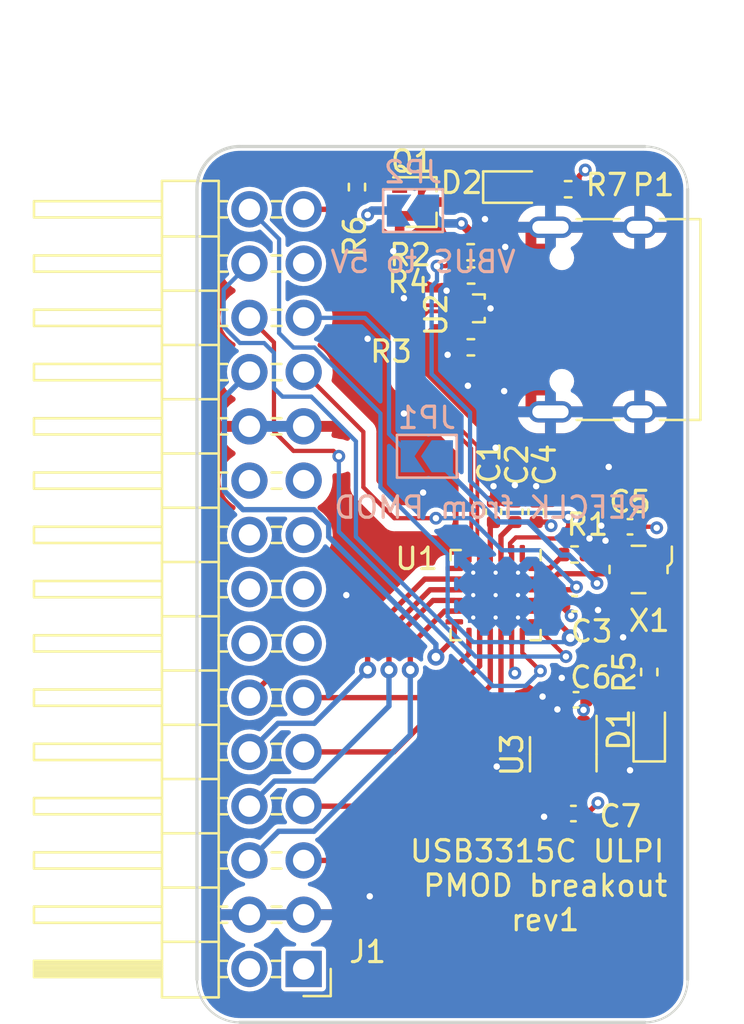
<source format=kicad_pcb>
(kicad_pcb (version 20211014) (generator pcbnew)
  (layers (0 "F.Cu" signal) (1 "In1.Cu" signal) (2 "In2.Cu" signal) (31 "B.Cu" signal) (34 "B.Paste" user) (35 "F.Paste" user) (36 "B.SilkS" user "B.Silkscreen") (37 "F.SilkS" user "F.Silkscreen") (38 "B.Mask" user) (39 "F.Mask" user) (44 "Edge.Cuts" user))
  (net 0 "")
  (net 1 "+3V3")
  (net 2 "/D0")
  (net 3 "/D1")
  (net 4 "/D2")
  (net 5 "/D3")
  (net 8 "/RST")
  (net 9 "/REFCLK")
  (net 12 "/STP")
  (net 13 "/DIR")
  (net 14 "/NXT")
  (net 15 "/CLKOUT")
  (net 18 "Net-(D2-Pad1)")
  (net 19 "/D4")
  (net 20 "/D5")
  (net 21 "/D6")
  (net 22 "/D7")
  (net 23 "GND")
  (net 24 "Net-(JP1-Pad1)")
  (net 25 "Net-(C1-Pad1)")
  (net 26 "+1V8")
  (net 27 "/USB_D_P")
  (net 28 "Net-(P1-PadB5)")
  (net 29 "/USB_D_N")
  (net 30 "Net-(P1-PadA5)")
  (net 31 "VBUS")
  (net 32 "Net-(R1-Pad2)")
  (net 33 "Net-(R2-Pad1)")
  (net 36 "Net-(D1-Pad2)")
  (net 37 "+5V")
  (net 38 "Net-(D2-Pad2)")
  (net 39 "/USR_LED")
  (net 40 "Net-(Q1-Pad1)")
  (footprint "Capacitor_SMD:C_0402_1005Metric" (layer "F.Cu") (at 55.77 109.9)
    (fp_text reference "C6" (at 0.7 -1.05) (layer "F.SilkS"))
    (fp_text value "0.1uF")
    (pad "1" smd roundrect locked (at -0.48 0) (size 0.56 0.62) (layers "F.Cu" "F.Paste" "F.Mask") (net 23 "GND"))
    (pad "2" smd roundrect locked (at 0.48 0) (size 0.56 0.62) (layers "F.Cu" "F.Paste" "F.Mask") (net 1 "+3V3"))
  )
  (footprint "Package_DFN_QFN:QFN-24-1EP_4x4mm_P0.5mm_EP2.6x2.6mm_ThermalVias" (layer "F.Cu") (at 52 105 -90)
    (fp_text reference "U1" (at -1.7 3.7 180) (layer "F.SilkS"))
    (fp_text value "USB3315C")
    (pad "1" smd roundrect locked (at -1.9375 -1.25 270) (size 0.825 0.25) (layers "F.Cu" "F.Paste" "F.Mask"))
    (pad "2" smd roundrect locked (at -1.9375 -0.75 270) (size 0.825 0.25) (layers "F.Cu" "F.Paste" "F.Mask") (net 33 "Net-(R2-Pad1)"))
    (pad "3" smd roundrect locked (at -1.9375 -0.25 270) (size 0.825 0.25) (layers "F.Cu" "F.Paste" "F.Mask") (net 1 "+3V3"))
    (pad "4" smd roundrect locked (at -1.9375 0.25 270) (size 0.825 0.25) (layers "F.Cu" "F.Paste" "F.Mask") (net 25 "Net-(C1-Pad1)"))
    (pad "5" smd roundrect locked (at -1.9375 0.75 270) (size 0.825 0.25) (layers "F.Cu" "F.Paste" "F.Mask") (net 29 "/USB_D_N"))
    (pad "6" smd roundrect locked (at -1.9375 1.25 270) (size 0.825 0.25) (layers "F.Cu" "F.Paste" "F.Mask") (net 27 "/USB_D_P"))
    (pad "7" smd roundrect locked (at -1.25 1.9375 270) (size 0.25 0.825) (layers "F.Cu" "F.Paste" "F.Mask"))
    (pad "8" smd roundrect locked (at -0.75 1.9375 270) (size 0.25 0.825) (layers "F.Cu" "F.Paste" "F.Mask") (net 22 "/D7"))
    (pad "9" smd roundrect locked (at -0.25 1.9375 270) (size 0.25 0.825) (layers "F.Cu" "F.Paste" "F.Mask") (net 21 "/D6"))
    (pad "10" smd roundrect locked (at 0.25 1.9375 270) (size 0.25 0.825) (layers "F.Cu" "F.Paste" "F.Mask") (net 20 "/D5"))
    (pad "11" smd roundrect locked (at 0.75 1.9375 270) (size 0.25 0.825) (layers "F.Cu" "F.Paste" "F.Mask") (net 19 "/D4"))
    (pad "12" smd roundrect locked (at 1.25 1.9375 270) (size 0.25 0.825) (layers "F.Cu" "F.Paste" "F.Mask") (net 15 "/CLKOUT"))
    (pad "13" smd roundrect locked (at 1.9375 1.25 270) (size 0.825 0.25) (layers "F.Cu" "F.Paste" "F.Mask") (net 5 "/D3"))
    (pad "14" smd roundrect locked (at 1.9375 0.75 270) (size 0.825 0.25) (layers "F.Cu" "F.Paste" "F.Mask") (net 4 "/D2"))
    (pad "15" smd roundrect locked (at 1.9375 0.25 270) (size 0.825 0.25) (layers "F.Cu" "F.Paste" "F.Mask") (net 3 "/D1"))
    (pad "16" smd roundrect locked (at 1.9375 -0.25 270) (size 0.825 0.25) (layers "F.Cu" "F.Paste" "F.Mask") (net 2 "/D0"))
    (pad "17" smd roundrect locked (at 1.9375 -0.75 270) (size 0.825 0.25) (layers "F.Cu" "F.Paste" "F.Mask") (net 1 "+3V3"))
    (pad "18" smd roundrect locked (at 1.9375 -1.25 270) (size 0.825 0.25) (layers "F.Cu" "F.Paste" "F.Mask") (net 14 "/NXT"))
    (pad "19" smd roundrect locked (at 1.25 -1.9375 270) (size 0.25 0.825) (layers "F.Cu" "F.Paste" "F.Mask") (net 13 "/DIR"))
    (pad "20" smd roundrect locked (at 0.75 -1.9375 270) (size 0.25 0.825) (layers "F.Cu" "F.Paste" "F.Mask") (net 12 "/STP"))
    (pad "21" smd roundrect locked (at 0.25 -1.9375 270) (size 0.25 0.825) (layers "F.Cu" "F.Paste" "F.Mask") (net 26 "+1V8"))
    (pad "22" smd roundrect locked (at -0.25 -1.9375 270) (size 0.25 0.825) (layers "F.Cu" "F.Paste" "F.Mask") (net 8 "/RST"))
    (pad "23" smd roundrect locked (at -0.75 -1.9375 270) (size 0.25 0.825) (layers "F.Cu" "F.Paste" "F.Mask") (net 24 "Net-(JP1-Pad1)"))
    (pad "24" smd roundrect locked (at -1.25 -1.9375 270) (size 0.25 0.825) (layers "F.Cu" "F.Paste" "F.Mask") (net 32 "Net-(R1-Pad2)"))
    (pad "25" thru_hole circle locked (at 0 1.05 270) (size 0.5 0.5) (drill 0.2) (layers *.Cu) (net 23 "GND"))
    (pad "25" thru_hole circle locked (at -1.05 0 270) (size 0.5 0.5) (drill 0.2) (layers *.Cu) (net 23 "GND"))
    (pad "25" thru_hole circle locked (at 1.05 0 270) (size 0.5 0.5) (drill 0.2) (layers *.Cu) (net 23 "GND"))
    (pad "25" thru_hole circle locked (at 0 -1.05 270) (size 0.5 0.5) (drill 0.2) (layers *.Cu) (net 23 "GND"))
    (pad "25" smd rect locked (at 0 0 270) (size 2.6 2.6) (layers "B.Cu") (net 23 "GND"))
    (pad "25" thru_hole circle locked (at -1.05 -1.05 270) (size 0.5 0.5) (drill 0.2) (layers *.Cu) (net 23 "GND"))
    (pad "25" thru_hole circle locked (at 1.05 -1.05 270) (size 0.5 0.5) (drill 0.2) (layers *.Cu) (net 23 "GND"))
    (pad "25" thru_hole circle locked (at -1.05 1.05 270) (size 0.5 0.5) (drill 0.2) (layers *.Cu) (net 23 "GND"))
    (pad "25" smd rect locked (at 0 0 270) (size 2.6 2.6) (layers "F.Cu" "F.Mask") (net 23 "GND"))
    (pad "25" thru_hole circle locked (at 1.05 1.05 270) (size 0.5 0.5) (drill 0.2) (layers *.Cu) (net 23 "GND"))
    (pad "25" thru_hole circle locked (at 0 0 270) (size 0.5 0.5) (drill 0.2) (layers *.Cu) (net 23 "GND"))
  )
  (footprint "Resistor_SMD:R_0402_1005Metric" (layer "F.Cu") (at 50.83 88.95)
    (fp_text reference "R2" (at -2.84 0.13) (layer "F.SilkS"))
    (fp_text value "8.06K")
    (pad "1" smd roundrect locked (at -0.51 0) (size 0.54 0.64) (layers "F.Cu" "F.Paste" "F.Mask") (net 33 "Net-(R2-Pad1)"))
    (pad "2" smd roundrect locked (at 0.51 0) (size 0.54 0.64) (layers "F.Cu" "F.Paste" "F.Mask") (net 31 "VBUS"))
  )
  (footprint "Capacitor_SMD:C_0402_1005Metric" (layer "F.Cu") (at 53.9 101.1 90)
    (fp_text reference "C4" (at 2.2 0.4 90) (layer "F.SilkS"))
    (fp_text value "2.2uF")
    (pad "1" smd roundrect locked (at -0.48 0 90) (size 0.56 0.62) (layers "F.Cu" "F.Paste" "F.Mask") (net 1 "+3V3"))
    (pad "2" smd roundrect locked (at 0.48 0 90) (size 0.56 0.62) (layers "F.Cu" "F.Paste" "F.Mask") (net 23 "GND"))
  )
  (footprint "Capacitor_SMD:C_0402_1005Metric" (layer "F.Cu") (at 55.645 115.225)
    (fp_text reference "C7" (at 2.2 0.125) (layer "F.SilkS"))
    (fp_text value "0.1uF")
    (pad "1" smd roundrect locked (at -0.48 0) (size 0.56 0.62) (layers "F.Cu" "F.Paste" "F.Mask") (net 23 "GND"))
    (pad "2" smd roundrect locked (at 0.48 0) (size 0.56 0.62) (layers "F.Cu" "F.Paste" "F.Mask") (net 26 "+1V8"))
  )
  (footprint "Capacitor_SMD:C_0402_1005Metric" (layer "F.Cu") (at 58.3 101.8)
    (fp_text reference "C5" (at 0 -1.16) (layer "F.SilkS"))
    (fp_text value "0.1uF")
    (pad "1" smd roundrect locked (at -0.48 0) (size 0.56 0.62) (layers "F.Cu" "F.Paste" "F.Mask") (net 23 "GND"))
    (pad "2" smd roundrect locked (at 0.48 0) (size 0.56 0.62) (layers "F.Cu" "F.Paste" "F.Mask") (net 1 "+3V3"))
  )
  (footprint "LED_SMD:LED_0603_1608Metric" (layer "F.Cu") (at 52.9 85.9)
    (fp_text reference "D2" (at -2.5 -0.2) (layer "F.SilkS"))
    (fp_text value "LED_RED")
    (pad "1" smd roundrect locked (at -0.7875 0) (size 0.875 0.95) (layers "F.Cu" "F.Paste" "F.Mask") (net 18 "Net-(D2-Pad1)"))
    (pad "2" smd roundrect locked (at 0.7875 0) (size 0.875 0.95) (layers "F.Cu" "F.Paste" "F.Mask") (net 38 "Net-(D2-Pad2)"))
  )
  (footprint "Capacitor_SMD:C_0402_1005Metric" (layer "F.Cu") (at 51.9 101.1 90)
    (fp_text reference "C1" (at 2.3 -0.2 90) (layer "F.SilkS"))
    (fp_text value "2.2uF")
    (pad "1" smd roundrect locked (at -0.48 0 90) (size 0.56 0.62) (layers "F.Cu" "F.Paste" "F.Mask") (net 25 "Net-(C1-Pad1)"))
    (pad "2" smd roundrect locked (at 0.48 0 90) (size 0.56 0.62) (layers "F.Cu" "F.Paste" "F.Mask") (net 23 "GND"))
  )
  (footprint "Oscillator:Oscillator_SMD_ECS_2520MV-xxx-xx-4Pin_2.5x2.0mm" (layer "F.Cu") (at 58.7 103.8 -90)
    (fp_text reference "X1" (at 2.4 -0.5 180) (layer "F.SilkS"))
    (fp_text value "24MHz")
    (pad "1" smd roundrect locked (at -0.725 -0.925 270) (size 0.8 0.9) (layers "F.Cu" "F.Paste" "F.Mask") (net 1 "+3V3"))
    (pad "2" smd roundrect locked (at -0.725 0.925 270) (size 0.8 0.9) (layers "F.Cu" "F.Paste" "F.Mask") (net 23 "GND"))
    (pad "3" smd roundrect locked (at 0.725 0.925 270) (size 0.8 0.9) (layers "F.Cu" "F.Paste" "F.Mask") (net 24 "Net-(JP1-Pad1)"))
    (pad "4" smd roundrect locked (at 0.725 -0.925 270) (size 0.8 0.9) (layers "F.Cu" "F.Paste" "F.Mask") (net 1 "+3V3"))
  )
  (footprint "Package_TO_SOT_SMD:SOT-23-5" (layer "F.Cu") (at 55.17 112.45 -90)
    (fp_text reference "U3" (at 0.025 2.4 90) (layer "F.SilkS"))
    (fp_text value "MIC5504-1.8YM5")
    (pad "1" smd roundrect locked (at -1.1375 -0.95 270) (size 1.325 0.6) (layers "F.Cu" "F.Paste" "F.Mask") (net 1 "+3V3"))
    (pad "2" smd roundrect locked (at -1.1375 0 270) (size 1.325 0.6) (layers "F.Cu" "F.Paste" "F.Mask") (net 23 "GND"))
    (pad "3" smd roundrect locked (at -1.1375 0.95 270) (size 1.325 0.6) (layers "F.Cu" "F.Paste" "F.Mask") (net 1 "+3V3"))
    (pad "4" smd roundrect locked (at 1.1375 0.95 270) (size 1.325 0.6) (layers "F.Cu" "F.Paste" "F.Mask"))
    (pad "5" smd roundrect locked (at 1.1375 -0.95 270) (size 1.325 0.6) (layers "F.Cu" "F.Paste" "F.Mask") (net 26 "+1V8"))
  )
  (footprint "Resistor_SMD:R_0402_1005Metric" (layer "F.Cu") (at 55.4 86)
    (fp_text reference "R7" (at 1.8 -0.2) (layer "F.SilkS"))
    (fp_text value "1K")
    (pad "1" smd roundrect locked (at -0.51 0) (size 0.54 0.64) (layers "F.Cu" "F.Paste" "F.Mask") (net 38 "Net-(D2-Pad2)"))
    (pad "2" smd roundrect locked (at 0.51 0) (size 0.54 0.64) (layers "F.Cu" "F.Paste" "F.Mask") (net 1 "+3V3"))
  )
  (footprint "Resistor_SMD:R_0402_1005Metric" (layer "F.Cu") (at 45.5 85.9 -90)
    (fp_text reference "R6" (at 2.3 0.1 90) (layer "F.SilkS"))
    (fp_text value "5.1K")
    (pad "1" smd roundrect locked (at -0.51 0 270) (size 0.54 0.64) (layers "F.Cu" "F.Paste" "F.Mask") (net 40 "Net-(Q1-Pad1)"))
    (pad "2" smd roundrect locked (at 0.51 0 270) (size 0.54 0.64) (layers "F.Cu" "F.Paste" "F.Mask") (net 39 "/USR_LED"))
  )
  (footprint "Connector_USB:USB_C_Receptacle_HRO_TYPE-C-31-M-12" (layer "F.Cu") (at 57.7 92.1 90)
    (fp_text reference "P1" (at 6.3 1.7 180) (layer "F.SilkS"))
    (fp_text value "USB_C_Plug_USB2.0")
    (pad "" np_thru_hole circle locked (at -2.89 -2.6 90) (size 0.65 0.65) (drill 0.65) (layers *.Cu *.Mask))
    (pad "" np_thru_hole circle locked (at 2.89 -2.6 90) (size 0.65 0.65) (drill 0.65) (layers *.Cu *.Mask))
    (pad "A1" smd rect locked (at -3.25 -4.045 90) (size 0.6 1.45) (layers "F.Cu" "F.Paste" "F.Mask") (net 23 "GND"))
    (pad "A4" smd rect locked (at -2.45 -4.045 90) (size 0.6 1.45) (layers "F.Cu" "F.Paste" "F.Mask") (net 31 "VBUS"))
    (pad "A5" smd rect locked (at -1.25 -4.045 90) (size 0.3 1.45) (layers "F.Cu" "F.Paste" "F.Mask") (net 30 "Net-(P1-PadA5)"))
    (pad "A6" smd rect locked (at -0.25 -4.045 90) (size 0.3 1.45) (layers "F.Cu" "F.Paste" "F.Mask") (net 27 "/USB_D_P"))
    (pad "A7" smd rect locked (at 0.25 -4.045 90) (size 0.3 1.45) (layers "F.Cu" "F.Paste" "F.Mask") (net 29 "/USB_D_N"))
    (pad "A8" smd rect locked (at 1.25 -4.045 90) (size 0.3 1.45) (layers "F.Cu" "F.Paste" "F.Mask"))
    (pad "A9" smd rect locked (at 2.45 -4.045 90) (size 0.6 1.45) (layers "F.Cu" "F.Paste" "F.Mask") (net 31 "VBUS"))
    (pad "A12" smd rect locked (at 3.25 -4.045 90) (size 0.6 1.45) (layers "F.Cu" "F.Paste" "F.Mask") (net 23 "GND"))
    (pad "B1" smd rect locked (at 3.25 -4.045 90) (size 0.6 1.45) (layers "F.Cu" "F.Paste" "F.Mask") (net 23 "GND"))
    (pad "B4" smd rect locked (at 2.45 -4.045 90) (size 0.6 1.45) (layers "F.Cu" "F.Paste" "F.Mask") (net 31 "VBUS"))
    (pad "B5" smd rect locked (at 1.75 -4.045 90) (size 0.3 1.45) (layers "F.Cu" "F.Paste" "F.Mask") (net 28 "Net-(P1-PadB5)"))
    (pad "B6" smd rect locked (at 0.75 -4.045 90) (size 0.3 1.45) (layers "F.Cu" "F.Paste" "F.Mask") (net 27 "/USB_D_P"))
    (pad "B7" smd rect locked (at -0.75 -4.045 90) (size 0.3 1.45) (layers "F.Cu" "F.Paste" "F.Mask") (net 29 "/USB_D_N"))
    (pad "B8" smd rect locked (at -1.75 -4.045 90) (size 0.3 1.45) (layers "F.Cu" "F.Paste" "F.Mask"))
    (pad "B9" smd rect locked (at -2.45 -4.045 90) (size 0.6 1.45) (layers "F.Cu" "F.Paste" "F.Mask") (net 31 "VBUS"))
    (pad "B12" smd rect locked (at -3.25 -4.045 90) (size 0.6 1.45) (layers "F.Cu" "F.Paste" "F.Mask") (net 23 "GND"))
    (pad "S1" thru_hole oval locked (at 4.32 -3.13 90) (size 1 2.1) (drill oval 0.6 1.7) (layers *.Cu *.Mask) (net 23 "GND"))
    (pad "S1" thru_hole oval locked (at 4.32 1.05 90) (size 1 1.6) (drill oval 0.6 1.2) (layers *.Cu *.Mask) (net 23 "GND"))
    (pad "S1" thru_hole oval locked (at -4.32 -3.13 90) (size 1 2.1) (drill oval 0.6 1.7) (layers *.Cu *.Mask) (net 23 "GND"))
    (pad "S1" thru_hole oval locked (at -4.32 1.05 90) (size 1 1.6) (drill oval 0.6 1.2) (layers *.Cu *.Mask) (net 23 "GND"))
  )
  (footprint "Resistor_SMD:R_0402_1005Metric" (layer "F.Cu") (at 55.7 103.1 180)
    (fp_text reference "R1" (at -0.6 1.4) (layer "F.SilkS"))
    (fp_text value "8.06K")
    (pad "1" smd roundrect locked (at -0.51 0 180) (size 0.54 0.64) (layers "F.Cu" "F.Paste" "F.Mask") (net 23 "GND"))
    (pad "2" smd roundrect locked (at 0.51 0 180) (size 0.54 0.64) (layers "F.Cu" "F.Paste" "F.Mask") (net 32 "Net-(R1-Pad2)"))
  )
  (footprint "Capacitor_SMD:C_0402_1005Metric" (layer "F.Cu") (at 55.7 105.4 180)
    (fp_text reference "C3" (at -0.8 -1.3) (layer "F.SilkS"))
    (fp_text value "0.1uF")
    (pad "1" smd roundrect locked (at -0.48 0 180) (size 0.56 0.62) (layers "F.Cu" "F.Paste" "F.Mask") (net 23 "GND"))
    (pad "2" smd roundrect locked (at 0.48 0 180) (size 0.56 0.62) (layers "F.Cu" "F.Paste" "F.Mask") (net 26 "+1V8"))
  )
  (footprint "Connector_PinHeader_2.54mm:PinHeader_2x15_P2.54mm_Horizontal" (layer "F.Cu") (at 43 122.5 180)
    (fp_text reference "J1" (at -3 0.8) (layer "F.SilkS"))
    (fp_text value "Conn_02x15_Odd_Even")
    (pad "1" thru_hole rect locked (at 0 0 180) (size 1.7 1.7) (drill 1) (layers *.Cu *.Mask) (net 1 "+3V3"))
    (pad "2" thru_hole oval locked (at 2.54 0 180) (size 1.7 1.7) (drill 1) (layers *.Cu *.Mask) (net 1 "+3V3"))
    (pad "3" thru_hole oval locked (at 0 2.54 180) (size 1.7 1.7) (drill 1) (layers *.Cu *.Mask) (net 23 "GND"))
    (pad "4" thru_hole oval locked (at 2.54 2.54 180) (size 1.7 1.7) (drill 1) (layers *.Cu *.Mask) (net 23 "GND"))
    (pad "5" thru_hole oval locked (at 0 5.08 180) (size 1.7 1.7) (drill 1) (layers *.Cu *.Mask) (net 2 "/D0"))
    (pad "6" thru_hole oval locked (at 2.54 5.08 180) (size 1.7 1.7) (drill 1) (layers *.Cu *.Mask) (net 19 "/D4"))
    (pad "7" thru_hole oval locked (at 0 7.62 180) (size 1.7 1.7) (drill 1) (layers *.Cu *.Mask) (net 3 "/D1"))
    (pad "8" thru_hole oval locked (at 2.54 7.62 180) (size 1.7 1.7) (drill 1) (layers *.Cu *.Mask) (net 20 "/D5"))
    (pad "9" thru_hole oval locked (at 0 10.16 180) (size 1.7 1.7) (drill 1) (layers *.Cu *.Mask) (net 4 "/D2"))
    (pad "10" thru_hole oval locked (at 2.54 10.16 180) (size 1.7 1.7) (drill 1) (layers *.Cu *.Mask) (net 21 "/D6"))
    (pad "11" thru_hole oval locked (at 0 12.7 180) (size 1.7 1.7) (drill 1) (layers *.Cu *.Mask) (net 5 "/D3"))
    (pad "12" thru_hole oval locked (at 2.54 12.7 180) (size 1.7 1.7) (drill 1) (layers *.Cu *.Mask) (net 22 "/D7"))
    (pad "13" thru_hole oval locked (at 0 15.24 180) (size 1.7 1.7) (drill 1) (layers *.Cu *.Mask))
    (pad "14" thru_hole oval locked (at 2.54 15.24 180) (size 1.7 1.7) (drill 1) (layers *.Cu *.Mask))
    (pad "15" thru_hole oval locked (at 0 17.78 180) (size 1.7 1.7) (drill 1) (layers *.Cu *.Mask) (net 37 "+5V"))
    (pad "16" thru_hole oval locked (at 2.54 17.78 180) (size 1.7 1.7) (drill 1) (layers *.Cu *.Mask))
    (pad "17" thru_hole oval locked (at 0 20.32 180) (size 1.7 1.7) (drill 1) (layers *.Cu *.Mask))
    (pad "18" thru_hole oval locked (at 2.54 20.32 180) (size 1.7 1.7) (drill 1) (layers *.Cu *.Mask))
    (pad "19" thru_hole oval locked (at 0 22.86 180) (size 1.7 1.7) (drill 1) (layers *.Cu *.Mask) (net 1 "+3V3"))
    (pad "20" thru_hole oval locked (at 2.54 22.86 180) (size 1.7 1.7) (drill 1) (layers *.Cu *.Mask) (net 1 "+3V3"))
    (pad "21" thru_hole oval locked (at 0 25.4 180) (size 1.7 1.7) (drill 1) (layers *.Cu *.Mask) (net 23 "GND"))
    (pad "22" thru_hole oval locked (at 2.54 25.4 180) (size 1.7 1.7) (drill 1) (layers *.Cu *.Mask) (net 23 "GND"))
    (pad "23" thru_hole oval locked (at 0 27.94 180) (size 1.7 1.7) (drill 1) (layers *.Cu *.Mask) (net 8 "/RST"))
    (pad "24" thru_hole oval locked (at 2.54 27.94 180) (size 1.7 1.7) (drill 1) (layers *.Cu *.Mask) (net 15 "/CLKOUT"))
    (pad "25" thru_hole oval locked (at 0 30.48 180) (size 1.7 1.7) (drill 1) (layers *.Cu *.Mask) (net 9 "/REFCLK"))
    (pad "26" thru_hole oval locked (at 2.54 30.48 180) (size 1.7 1.7) (drill 1) (layers *.Cu *.Mask) (net 14 "/NXT"))
    (pad "27" thru_hole oval locked (at 0 33.02 180) (size 1.7 1.7) (drill 1) (layers *.Cu *.Mask))
    (pad "28" thru_hole oval locked (at 2.54 33.02 180) (size 1.7 1.7) (drill 1) (layers *.Cu *.Mask) (net 13 "/DIR"))
    (pad "29" thru_hole oval locked (at 0 35.56 180) (size 1.7 1.7) (drill 1) (layers *.Cu *.Mask) (net 39 "/USR_LED"))
    (pad "30" thru_hole oval locked (at 2.54 35.56 180) (size 1.7 1.7) (drill 1) (layers *.Cu *.Mask) (net 12 "/STP"))
  )
  (footprint "Package_TO_SOT_SMD:Texas_DRT-3" (layer "F.Cu") (at 50.938007 91.574984 -90)
    (fp_text reference "U2" (at 0.305016 1.728007 90) (layer "F.SilkS"))
    (fp_text value "TPD2EUSB30")
    (pad "1" smd rect locked (at -0.35 0.425 270) (size 0.3 0.3) (layers "F.Cu" "F.Paste" "F.Mask") (net 27 "/USB_D_P"))
    (pad "2" smd rect locked (at 0.35 0.425 270) (size 0.3 0.3) (layers "F.Cu" "F.Paste" "F.Mask") (net 29 "/USB_D_N"))
    (pad "3" smd rect locked (at 0 -0.425 270) (size 0.3 0.3) (layers "F.Cu" "F.Paste" "F.Mask") (net 23 "GND"))
  )
  (footprint "Package_TO_SOT_SMD:SOT-323_SC-70" (layer "F.Cu") (at 48.5 86.6)
    (fp_text reference "Q1" (at -0.4 -1.9) (layer "F.SilkS"))
    (fp_text value "BSS138")
    (pad "1" smd rect locked (at -1 -0.65 270) (size 0.45 0.7) (layers "F.Cu" "F.Paste" "F.Mask") (net 40 "Net-(Q1-Pad1)"))
    (pad "2" smd rect locked (at -1 0.65 270) (size 0.45 0.7) (layers "F.Cu" "F.Paste" "F.Mask") (net 23 "GND"))
    (pad "3" smd rect locked (at 1 0 270) (size 0.45 0.7) (layers "F.Cu" "F.Paste" "F.Mask") (net 18 "Net-(D2-Pad1)"))
  )
  (footprint "Resistor_SMD:R_0402_1005Metric" (layer "F.Cu") (at 50.85 90.04 180)
    (fp_text reference "R4" (at 2.94 -0.3) (layer "F.SilkS"))
    (fp_text value "5.1K")
    (pad "1" smd roundrect locked (at -0.51 0 180) (size 0.54 0.64) (layers "F.Cu" "F.Paste" "F.Mask") (net 28 "Net-(P1-PadB5)"))
    (pad "2" smd roundrect locked (at 0.51 0 180) (size 0.54 0.64) (layers "F.Cu" "F.Paste" "F.Mask") (net 23 "GND"))
  )
  (footprint "Resistor_SMD:R_0402_1005Metric" (layer "F.Cu") (at 50.84 93.4)
    (fp_text reference "R3" (at -3.74 0.2) (layer "F.SilkS"))
    (fp_text value "5.1K")
    (pad "1" smd roundrect locked (at -0.51 0) (size 0.54 0.64) (layers "F.Cu" "F.Paste" "F.Mask") (net 23 "GND"))
    (pad "2" smd roundrect locked (at 0.51 0) (size 0.54 0.64) (layers "F.Cu" "F.Paste" "F.Mask") (net 30 "Net-(P1-PadA5)"))
  )
  (footprint "LED_SMD:LED_0603_1608Metric" (layer "F.Cu") (at 59.2 111.3 90)
    (fp_text reference "D1" (at 0 -1.43 90) (layer "F.SilkS"))
    (fp_text value "LED_GREEN")
    (pad "1" smd roundrect locked (at -0.7875 0 90) (size 0.875 0.95) (layers "F.Cu" "F.Paste" "F.Mask") (net 23 "GND"))
    (pad "2" smd roundrect locked (at 0.7875 0 90) (size 0.875 0.95) (layers "F.Cu" "F.Paste" "F.Mask") (net 36 "Net-(D1-Pad2)"))
  )
  (footprint "Capacitor_SMD:C_0402_1005Metric" (layer "F.Cu") (at 52.9 101.1 -90)
    (fp_text reference "C2" (at -2.2 -0.1 90) (layer "F.SilkS"))
    (fp_text value "0.1uF")
    (pad "1" smd roundrect locked (at -0.48 0 270) (size 0.56 0.62) (layers "F.Cu" "F.Paste" "F.Mask") (net 23 "GND"))
    (pad "2" smd roundrect locked (at 0.48 0 270) (size 0.56 0.62) (layers "F.Cu" "F.Paste" "F.Mask") (net 1 "+3V3"))
  )
  (footprint "Resistor_SMD:R_0402_1005Metric" (layer "F.Cu") (at 59.2 108.6 90)
    (fp_text reference "R5" (at 0 -1.17 90) (layer "F.SilkS"))
    (fp_text value "1K")
    (pad "1" smd roundrect locked (at -0.51 0 90) (size 0.54 0.64) (layers "F.Cu" "F.Paste" "F.Mask") (net 36 "Net-(D1-Pad2)"))
    (pad "2" smd roundrect locked (at 0.51 0 90) (size 0.54 0.64) (layers "F.Cu" "F.Paste" "F.Mask") (net 1 "+3V3"))
  )
  (footprint "Jumper:SolderJumper-2_P1.3mm_Open_TrianglePad1.0x1.5mm" (layer "B.Cu") (at 48.775 98.5 180)
    (fp_text reference "JP1" (at 0 1.8) (layer "B.SilkS") (effects (justify mirror)))
    (fp_text value "SolderJumper_2_Open")
    (pad "1" smd custom locked (at -0.725 0 180) (size 0.3 0.3) (layers "B.Cu" "B.Mask") (net 24 "Net-(JP1-Pad1)") (options (clearance outline) (anchor rect)) (primitives (gr_poly (pts (xy 1 0) (xy 0.5 0.75) (xy -0.5 0.75) (xy -0.5 -0.75) (xy 0.5 -0.75)) (width 0) (fill yes))))
    (pad "2" smd custom locked (at 0.725 0 180) (size 0.3 0.3) (layers "B.Cu" "B.Mask") (net 9 "/REFCLK") (options (clearance outline) (anchor rect)) (primitives (gr_poly (pts (xy 0.5 0.75) (xy -0.65 0.75) (xy -0.15 0) (xy -0.65 -0.75) (xy 0.5 -0.75)) (width 0) (fill yes))))
  )
  (footprint "Jumper:SolderJumper-2_P1.3mm_Open_TrianglePad1.0x1.5mm" (layer "B.Cu") (at 48.125 87 180)
    (fp_text reference "JP2" (at 0 1.8) (layer "B.SilkS") (effects (justify mirror)))
    (fp_text value "SolderJumper_2_Open")
    (pad "1" smd custom locked (at -0.725 0 180) (size 0.3 0.3) (layers "B.Cu" "B.Mask") (net 31 "VBUS") (options (clearance outline) (anchor rect)) (primitives (gr_poly (pts (xy 1 0) (xy 0.5 0.75) (xy -0.5 0.75) (xy -0.5 -0.75) (xy 0.5 -0.75)) (width 0) (fill yes))))
    (pad "2" smd custom locked (at 0.725 0 180) (size 0.3 0.3) (layers "B.Cu" "B.Mask") (net 37 "+5V") (options (clearance outline) (anchor rect)) (primitives (gr_poly (pts (xy 0.5 0.75) (xy -0.65 0.75) (xy -0.15 0) (xy -0.65 -0.75) (xy 0.5 -0.75)) (width 0) (fill yes))))
  )
  (gr_line (start 38 123) (end 38 86) (layer "Edge.Cuts") (width 0.15))
  (gr_line (start 40 84) (end 59 84) (layer "Edge.Cuts") (width 0.15))
  (gr_arc (start 59 84) (mid 60.414214 84.585786) (end 61 86) (layer "Edge.Cuts") (width 0.1))
  (gr_arc (start 61 123) (mid 60.414214 124.414214) (end 59 125) (layer "Edge.Cuts") (width 0.1))
  (gr_line (start 59 125) (end 40 125) (layer "Edge.Cuts") (width 0.15))
  (gr_arc (start 40 125) (mid 38.585786 124.414214) (end 38 123) (layer "Edge.Cuts") (width 0.1))
  (gr_arc (start 38 86) (mid 38.585786 84.585786) (end 40 84) (layer "Edge.Cuts") (width 0.15))
  (gr_line (start 61 86) (end 61 123) (layer "Edge.Cuts") (width 0.15))
  (gr_text "REFCLK from PMOD" (at 51.8 100.9) (layer "B.SilkS") (effects (font (size 1 1)) (justify mirror)))
  (gr_text "VBUS to 5V" (at 48.6 89.4) (layer "B.SilkS") (effects (font (size 1 1)) (justify mirror)))
  (gr_text "USB3315C ULPI \nPMOD breakout\nrev1" (at 54.325 118.6) (layer "F.SilkS") (effects (font (size 1 1))))
  (segment (start 55.91 86) (end 55.91 85.39) (width 0.25) (layer "F.Cu") (net 1))
  (segment (start 59.625 104.525) (end 59.625 103.075) (width 0.2) (layer "F.Cu") (net 1))
  (segment (start 56.12 111.696072) (end 55.516552 112.29952) (width 0.25) (layer "F.Cu") (net 1))
  (segment (start 58.78 102.23) (end 59.625 103.075) (width 0.2) (layer "F.Cu") (net 1))
  (segment (start 55.91 85.39) (end 56.2 85.1) (width 0.25) (layer "F.Cu") (net 1))
  (segment (start 54.43 101.58) (end 54.6 101.75) (width 0.25) (layer "F.Cu") (net 1))
  (segment (start 59.625 107.665) (end 59.2 108.09) (width 0.2) (layer "F.Cu") (net 1))
  (segment (start 58.78 101.8) (end 59.5 101.8) (width 0.2) (layer "F.Cu") (net 1))
  (segment (start 56.125 110.6125) (end 56.125 110.996072) (width 0.25) (layer "F.Cu") (net 1))
  (segment (start 56.125 110.6125) (end 56.125 109.675) (width 0.25) (layer "F.Cu") (net 1))
  (segment (start 53.9 101.58) (end 52.9 101.58) (width 0.25) (layer "F.Cu") (net 1))
  (segment (start 59.625 104.525) (end 59.625 107.665) (width 0.2) (layer "F.Cu") (net 1))
  (segment (start 59.5 101.8) (end 59.55 101.85) (width 0.2) (layer "F.Cu") (net 1))
  (segment (start 52.9 108.65) (end 52.75 108.5) (width 0.2) (layer "F.Cu") (net 1))
  (segment (start 55.516552 112.29952) (end 54.823448 112.29952) (width 0.25) (layer "F.Cu") (net 1))
  (segment (start 53.9 101.58) (end 54.43 101.58) (width 0.25) (layer "F.Cu") (net 1))
  (segment (start 52.25 103.0625) (end 52.25 102.23) (width 0.25) (layer "F.Cu") (net 1))
  (segment (start 52.25 102.23) (end 52.9 101.58) (width 0.25) (layer "F.Cu") (net 1))
  (segment (start 52.75 108.5) (end 52.75 106.9375) (width 0.2) (layer "F.Cu") (net 1))
  (segment (start 54.823448 112.29952) (end 54.22 111.696072) (width 0.25) (layer "F.Cu") (net 1))
  (segment (start 58.78 101.8) (end 58.78 102.23) (width 0.2) (layer "F.Cu") (net 1))
  (via (at 54.6 101.75) (size 0.6) (drill 0.3) (layers "F.Cu" "B.Cu") (net 1))
  (via (at 52.9 108.65) (size 0.6) (drill 0.3) (layers "F.Cu" "B.Cu") (net 1))
  (via (at 56.2 85.1) (size 0.6) (drill 0.3) (layers "F.Cu" "B.Cu") (net 1))
  (via (at 59.55 101.85) (size 0.6) (drill 0.3) (layers "F.Cu" "B.Cu") (net 1))
  (via (at 56.12 110.375) (size 0.6) (drill 0.3) (layers "F.Cu" "B.Cu") (net 1))
  (segment (start 52.25 110.25) (end 45.08 117.42) (width 0.25) (layer "F.Cu") (net 2))
  (segment (start 52.25 106.9375) (end 52.25 110.25) (width 0.25) (layer "F.Cu") (net 2))
  (segment (start 45.08 117.42) (end 43 117.42) (width 0.25) (layer "F.Cu") (net 2))
  (segment (start 51.75 106.9375) (end 51.75 109.25) (width 0.25) (layer "F.Cu") (net 3))
  (segment (start 46.12 114.88) (end 43 114.88) (width 0.25) (layer "F.Cu") (net 3))
  (segment (start 51.75 109.25) (end 46.12 114.88) (width 0.25) (layer "F.Cu") (net 3))
  (segment (start 51.25 108.317859) (end 47.227859 112.34) (width 0.25) (layer "F.Cu") (net 4))
  (segment (start 51.25 106.9375) (end 51.25 108.317859) (width 0.25) (layer "F.Cu") (net 4))
  (segment (start 47.227859 112.34) (end 43 112.34) (width 0.25) (layer "F.Cu") (net 4))
  (segment (start 48.7 109.8) (end 50.75 107.75) (width 0.25) (layer "F.Cu") (net 5))
  (segment (start 43 109.8) (end 48.7 109.8) (width 0.25) (layer "F.Cu") (net 5))
  (segment (start 50.75 107.75) (end 50.75 106.9375) (width 0.25) (layer "F.Cu") (net 5))
  (segment (start 45.8 99.95) (end 47.25 101.4) (width 0.2) (layer "F.Cu") (net 8))
  (segment (start 45.8 97.36) (end 45.8 99.95) (width 0.2) (layer "F.Cu") (net 8))
  (segment (start 47.25 101.4) (end 49.2 101.4) (width 0.2) (layer "F.Cu") (net 8))
  (segment (start 53.9375 104.75) (end 55.664249 104.75) (width 0.25) (layer "F.Cu") (net 8))
  (segment (start 55.664249 104.75) (end 55.789749 104.6245) (width 0.25) (layer "F.Cu") (net 8))
  (segment (start 43 94.56) (end 45.8 97.36) (width 0.2) (layer "F.Cu") (net 8))
  (via (at 49.2 101.4) (size 0.6) (drill 0.3) (layers "F.Cu" "B.Cu") (net 8))
  (via (at 55.789749 104.6245) (size 0.6) (drill 0.3) (layers "F.Cu" "B.Cu") (net 8))
  (segment (start 50.8 101.4) (end 52.3 102.9) (width 0.2) (layer "B.Cu") (net 8))
  (segment (start 54.065249 102.9) (end 55.789749 104.6245) (width 0.2) (layer "B.Cu") (net 8))
  (segment (start 49.2 101.4) (end 50.8 101.4) (width 0.2) (layer "B.Cu") (net 8))
  (segment (start 52.3 102.9) (end 54.065249 102.9) (width 0.2) (layer "B.Cu") (net 8))
  (segment (start 45.87 92.02) (end 43 92.02) (width 0.2) (layer "B.Cu") (net 9))
  (segment (start 47 97.45) (end 47 93.15) (width 0.2) (layer "B.Cu") (net 9))
  (segment (start 48.05 98.5) (end 47 97.45) (width 0.2) (layer "B.Cu") (net 9))
  (segment (start 47 93.15) (end 45.87 92.02) (width 0.2) (layer "B.Cu") (net 9))
  (segment (start 54.397328 105.75) (end 53.9375 105.75) (width 0.25) (layer "F.Cu") (net 12))
  (segment (start 55.5 106.852672) (end 54.397328 105.75) (width 0.25) (layer "F.Cu") (net 12))
  (segment (start 55.5 107) (end 55.5 106.852672) (width 0.25) (layer "F.Cu") (net 12))
  (via (at 55.5 107) (size 0.8) (drill 0.4) (layers "F.Cu" "B.Cu") (net 12))
  (segment (start 40.46 86.94) (end 41.850489 88.330489) (width 0.2) (layer "B.Cu") (net 12))
  (segment (start 49.75 103.1) (end 49.75 106) (width 0.2) (layer "B.Cu") (net 12))
  (segment (start 50.95 107.2) (end 55.3 107.2) (width 0.2) (layer "B.Cu") (net 12))
  (segment (start 42.523856 93.410489) (end 43.510489 93.410489) (width 0.2) (layer "B.Cu") (net 12))
  (segment (start 55.3 107.2) (end 55.5 107) (width 0.2) (layer "B.Cu") (net 12))
  (segment (start 41.850489 88.330489) (end 41.850489 92.737122) (width 0.2) (layer "B.Cu") (net 12))
  (segment (start 46.60048 99.95048) (end 49.75 103.1) (width 0.2) (layer "B.Cu") (net 12))
  (segment (start 43.510489 93.410489) (end 46.60048 96.50048) (width 0.2) (layer "B.Cu") (net 12))
  (segment (start 49.75 106) (end 50.95 107.2) (width 0.2) (layer "B.Cu") (net 12))
  (segment (start 41.850489 92.737122) (end 42.523856 93.410489) (width 0.2) (layer "B.Cu") (net 12))
  (segment (start 46.60048 96.50048) (end 46.60048 99.95048) (width 0.2) (layer "B.Cu") (net 12))
  (segment (start 53.9375 106.25) (end 53.9375 106.519112) (width 0.2) (layer "F.Cu") (net 13))
  (segment (start 53.9375 106.519112) (end 55.293979 107.875591) (width 0.2) (layer "F.Cu") (net 13))
  (via (at 55.293979 107.875591) (size 0.6) (drill 0.3) (layers "F.Cu" "B.Cu") (net 13))
  (segment (start 45.45 102.265006) (end 45.45 97.8) (width 0.2) (layer "B.Cu") (net 13))
  (segment (start 41.609511 93.659511) (end 41.15 93.2) (width 0.2) (layer "B.Cu") (net 13))
  (segment (start 45.45 97.8) (end 43.359511 95.709511) (width 0.2) (layer "B.Cu") (net 13))
  (segment (start 41.15 93.2) (end 40.014345 93.2) (width 0.2) (layer "B.Cu") (net 13))
  (segment (start 39.25 90.69) (end 40.46 89.48) (width 0.2) (layer "B.Cu") (net 13))
  (segment (start 51.060585 107.875591) (end 45.45 102.265006) (width 0.2) (layer "B.Cu") (net 13))
  (segment (start 43.359511 95.709511) (end 42.009511 95.709511) (width 0.2) (layer "B.Cu") (net 13))
  (segment (start 42.009511 95.709511) (end 41.609511 95.309511) (width 0.2) (layer "B.Cu") (net 13))
  (segment (start 39.25 92.435655) (end 39.25 90.69) (width 0.2) (layer "B.Cu") (net 13))
  (segment (start 41.609511 95.309511) (end 41.609511 93.659511) (width 0.2) (layer "B.Cu") (net 13))
  (segment (start 40.014345 93.2) (end 39.25 92.435655) (width 0.2) (layer "B.Cu") (net 13))
  (segment (start 55.293979 107.875591) (end 51.060585 107.875591) (width 0.2) (layer "B.Cu") (net 13))
  (segment (start 53.25 107.7) (end 54.1 108.55) (width 0.2) (layer "F.Cu") (net 14))
  (segment (start 44.65 98.5) (end 44.399511 98.249511) (width 0.2) (layer "F.Cu") (net 14))
  (segment (start 53.25 106.9375) (end 53.25 107.7) (width 0.2) (layer "F.Cu") (net 14))
  (segment (start 41.609511 97.335166) (end 41.609511 93.169511) (width 0.2) (layer "F.Cu") (net 14))
  (segment (start 44.399511 98.249511) (end 42.523856 98.249511) (width 0.2) (layer "F.Cu") (net 14))
  (segment (start 41.609511 93.169511) (end 40.46 92.02) (width 0.2) (layer "F.Cu") (net 14))
  (segment (start 42.523856 98.249511) (end 41.609511 97.335166) (width 0.2) (layer "F.Cu") (net 14))
  (via (at 54.1 108.55) (size 0.6) (drill 0.3) (layers "F.Cu" "B.Cu") (net 14))
  (via (at 44.65 98.5) (size 0.6) (drill 0.3) (layers "F.Cu" "B.Cu") (net 14))
  (segment (start 54.1 108.55) (end 53.400489 109.249511) (width 0.2) (layer "B.Cu") (net 14))
  (segment (start 51.869499 109.249511) (end 44.65 102.030012) (width 0.2) (layer "B.Cu") (net 14))
  (segment (start 44.65 102.030012) (end 44.65 99.9) (width 0.2) (layer "B.Cu") (net 14))
  (segment (start 53.400489 109.249511) (end 51.869499 109.249511) (width 0.2) (layer "B.Cu") (net 14))
  (segment (start 44.65 99.9) (end 44.65 98.5) (width 0.2) (layer "B.Cu") (net 14))
  (segment (start 49.2 107.9) (end 50.0625 107.0375) (width 0.25) (layer "F.Cu") (net 15))
  (segment (start 50.0625 107.0375) (end 50.0625 106.25) (width 0.25) (layer "F.Cu") (net 15))
  (via (at 49.2 107.9) (size 0.8) (drill 0.4) (layers "F.Cu" "B.Cu") (net 15))
  (segment (start 44.174511 102.274511) (end 44.174511 101.693501) (width 0.25) (layer "B.Cu") (net 15))
  (segment (start 39.285489 100.126499) (end 39.285489 95.734511) (width 0.25) (layer "B.Cu") (net 15))
  (segment (start 49.2 107.3) (end 44.174511 102.274511) (width 0.25) (layer "B.Cu") (net 15))
  (segment (start 43.48101 101) (end 40.15899 101) (width 0.25) (layer "B.Cu") (net 15))
  (segment (start 40.15899 101) (end 39.285489 100.126499) (width 0.25) (layer "B.Cu") (net 15))
  (segment (start 39.285489 95.734511) (end 40.46 94.56) (width 0.25) (layer "B.Cu") (net 15))
  (segment (start 44.174511 101.693501) (end 43.48101 101) (width 0.25) (layer "B.Cu") (net 15))
  (segment (start 49.2 107.9) (end 49.2 107.3) (width 0.25) (layer "B.Cu") (net 15))
  (segment (start 49.5 86.6) (end 51.4125 86.6) (width 0.25) (layer "F.Cu") (net 18))
  (segment (start 51.4125 86.6) (end 52.1125 85.9) (width 0.25) (layer "F.Cu") (net 18))
  (segment (start 49.602672 105.75) (end 48 107.352672) (width 0.25) (layer "F.Cu") (net 19))
  (segment (start 50.0625 105.75) (end 49.602672 105.75) (width 0.25) (layer "F.Cu") (net 19))
  (segment (start 48 107.352672) (end 48 108.5) (width 0.25) (layer "F.Cu") (net 19))
  (via (at 48 108.5) (size 0.8) (drill 0.4) (layers "F.Cu" "B.Cu") (net 19))
  (segment (start 48 111.54101) (end 43.486499 116.054511) (width 0.25) (layer "B.Cu") (net 19))
  (segment (start 48 108.5) (end 48 111.54101) (width 0.25) (layer "B.Cu") (net 19))
  (segment (start 41.825489 116.054511) (end 40.46 117.42) (width 0.25) (layer "B.Cu") (net 19))
  (segment (start 43.486499 116.054511) (end 41.825489 116.054511) (width 0.25) (layer "B.Cu") (net 19))
  (segment (start 50.0625 105.25) (end 49.062054 105.25) (width 0.25) (layer "F.Cu") (net 20))
  (segment (start 49.062054 105.25) (end 47.656027 106.656027) (width 0.25) (layer "F.Cu") (net 20))
  (segment (start 47 107.312054) (end 47 108.5) (width 0.25) (layer "F.Cu") (net 20))
  (segment (start 47.656027 106.656027) (end 47 107.312054) (width 0.25) (layer "F.Cu") (net 20))
  (via (at 47 108.5) (size 0.8) (drill 0.4) (layers "F.Cu" "B.Cu") (net 20))
  (segment (start 47 108.5) (end 47 110.191988) (width 0.25) (layer "B.Cu") (net 20))
  (segment (start 47 110.191988) (end 43.486499 113.705489) (width 0.25) (layer "B.Cu") (net 20))
  (segment (start 43.486499 113.705489) (end 41.634511 113.705489) (width 0.25) (layer "B.Cu") (net 20))
  (segment (start 41.634511 113.705489) (end 40.46 114.88) (width 0.25) (layer "B.Cu") (net 20))
  (segment (start 46 107.676336) (end 46 108.5) (width 0.25) (layer "F.Cu") (net 21))
  (segment (start 50.0625 104.75) (end 48.926336 104.75) (width 0.25) (layer "F.Cu") (net 21))
  (segment (start 48.926336 104.75) (end 46 107.676336) (width 0.25) (layer "F.Cu") (net 21))
  (via (at 46 108.5) (size 0.8) (drill 0.4) (layers "F.Cu" "B.Cu") (net 21))
  (segment (start 41.8 111) (end 40.46 112.34) (width 0.25) (layer "B.Cu") (net 21))
  (segment (start 46 108.5) (end 43.5 111) (width 0.25) (layer "B.Cu") (net 21))
  (segment (start 43.5 111) (end 41.8 111) (width 0.25) (layer "B.Cu") (net 21))
  (segment (start 48.676336 104.25) (end 44.300847 108.625489) (width 0.25) (layer "F.Cu") (net 22))
  (segment (start 50.0625 104.25) (end 48.676336 104.25) (width 0.25) (layer "F.Cu") (net 22))
  (segment (start 44.300847 108.625489) (end 41.634511 108.625489) (width 0.25) (layer "F.Cu") (net 22))
  (segment (start 41.634511 108.625489) (end 40.46 109.8) (width 0.25) (layer "F.Cu") (net 22))
  (segment (start 59.2 112.3) (end 58.3 113.2) (width 0.4) (layer "F.Cu") (net 23))
  (segment (start 56.21 102.54) (end 56.4 102.35) (width 0.2) (layer "F.Cu") (net 23))
  (segment (start 50.33 93.4) (end 50.1 93.4) (width 0.2) (layer "F.Cu") (net 23))
  (segment (start 52.9 100.62) (end 52.9 99.85) (width 0.25) (layer "F.Cu") (net 23))
  (segment (start 59.2 112.0875) (end 59.2 112.3) (width 0.4) (layer "F.Cu") (net 23))
  (segment (start 57.775 103.075) (end 57.15 102.45) (width 0.2) (layer "F.Cu") (net 23))
  (segment (start 53.9 100.62) (end 53.9 99.9) (width 0.25) (layer "F.Cu") (net 23))
  (segment (start 56.21 103.1) (end 56.21 102.54) (width 0.2) (layer "F.Cu") (net 23))
  (segment (start 57.775 103.075) (end 56.235 103.075) (width 0.2) (layer "F.Cu") (net 23))
  (segment (start 55.17 110.625) (end 54.895 110.35) (width 0.25) (layer "F.Cu") (net 23))
  (segment (start 56.235 103.075) (end 56.21 103.1) (width 0.2) (layer "F.Cu") (net 23))
  (segment (start 50.05 90.4) (end 49.7 90.75) (width 0.2) (layer "F.Cu") (net 23))
  (segment (start 57 101.8) (end 56.95 101.75) (width 0.2) (layer "F.Cu") (net 23))
  (segment (start 55.175 110.6125) (end 55.175 109.925) (width 0.25) (layer "F.Cu") (net 23))
  (segment (start 50.33 90.4) (end 50.05 90.4) (width 0.2) (layer "F.Cu") (net 23))
  (segment (start 47.5 87.25) (end 47.5 88.6) (width 0.25) (layer "F.Cu") (net 23))
  (segment (start 51.9 100.62) (end 51.9 99.9) (width 0.25) (layer "F.Cu") (net 23))
  (segment (start 53.655 95.35) (end 52.5 95.35) (width 0.2) (layer "F.Cu") (net 23))
  (segment (start 55.165 115.225) (end 54.42 115.225) (width 0.25) (layer "F.Cu") (net 23))
  (segment (start 53.655 88.85) (end 52.6 88.85) (width 0.2) (layer "F.Cu") (net 23))
  (segment (start 47.5 88.6) (end 47.2 88.9) (width 0.25) (layer "F.Cu") (net 23))
  (segment (start 56.18 105.4) (end 56.5 105.4) (width 0.2) (layer "F.Cu") (net 23))
  (segment (start 52.5 95.35) (end 52.4 95.45) (width 0.2) (layer "F.Cu") (net 23))
  (segment (start 50.1 93.4) (end 49.75 93.75) (width 0.2) (layer "F.Cu") (net 23))
  (segment (start 55.29 109.955) (end 54.895 110.35) (width 0.25) (layer "F.Cu") (net 23))
  (segment (start 56.5 105.4) (end 56.8 105.7) (width 0.2) (layer "F.Cu") (net 23))
  (segment (start 57.82 101.8) (end 57 101.8) (width 0.2) (layer "F.Cu") (net 23))
  (segment (start 52.6 88.85) (end 52.45 88.7) (width 0.2) (layer "F.Cu") (net 23))
  (via (at 57.15 102.45) (size 0.6) (drill 0.3) (layers "F.Cu" "B.Cu") (net 23))
  (via (at 47.7 96.5) (size 0.6) (drill 0.3) (layers "F.Cu" "B.Cu") (net 23))
  (via (at 45 105) (size 0.6) (drill 0.3) (layers "F.Cu" "B.Cu") (net 23))
  (via (at 52.45 88.7) (size 0.6) (drill 0.3) (layers "F.Cu" "B.Cu") (net 23))
  (via (at 57.975 106.975) (size 0.6) (drill 0.3) (layers "F.Cu" "B.Cu") (net 23))
  (via (at 54.895 110.35) (size 0.6) (drill 0.3) (layers "F.Cu" "B.Cu") (net 23))
  (via (at 50.7 95.2) (size 0.6) (drill 0.3) (layers "F.Cu" "B.Cu") (net 23))
  (via (at 57.3 99) (size 0.6) (drill 0.3) (layers "F.Cu" "B.Cu") (net 23))
  (via (at 49.75 93.75) (size 0.6) (drill 0.3) (layers "F.Cu" "B.Cu") (net 23))
  (via (at 58.3 113.2) (size 0.6) (drill 0.3) (layers "F.Cu" "B.Cu") (net 23))
  (via (at 54.2 109.75) (size 0.6) (drill 0.3) (layers "F.Cu" "B.Cu") (net 23))
  (via (at 47.7 91.1) (size 0.6) (drill 0.3) (layers "F.Cu" "B.Cu") (net 23))
  (via (at 55.1 108.875) (size 0.6) (drill 0.3) (layers "F.Cu" "B.Cu") (net 23))
  (via (at 52.4 95.45) (size 0.6) (drill 0.3) (layers "F.Cu" "B.Cu") (net 23))
  (via (at 51.9 99.9) (size 0.6) (drill 0.3) (layers "F.Cu" "B.Cu") (net 23))
  (via (at 54.27 115.375) (size 0.6) (drill 0.3) (layers "F.Cu" "B.Cu") (net 23))
  (via (at 49.7 90.75) (size 0.6) (drill 0.3) (layers "F.Cu" "B.Cu") (net 23))
  (via (at 53.9 99.9) (size 0.6) (drill 0.3) (layers "F.Cu" "B.Cu") (net 23))
  (via (at 46 93) (size 0.6) (drill 0.3) (layers "F.Cu" "B.Cu") (net 23))
  (via (at 52.05 113.025) (size 0.6) (drill 0.3) (layers "F.Cu" "B.Cu") (net 23))
  (via (at 47.2 88.9) (size 0.6) (drill 0.3) (layers "F.Cu" "B.Cu") (net 23))
  (via (at 56.4 102.35) (size 0.6) (drill 0.3) (layers "F.Cu" "B.Cu") (net 23))
  (via (at 52.9 99.85) (size 0.6) (drill 0.3) (layers "F.Cu" "B.Cu") (net 23))
  (via (at 56.95 101.75) (size 0.6) (drill 0.3) (layers "F.Cu" "B.Cu") (net 23))
  (via (at 46.1 119.1) (size 0.6) (drill 0.3) (layers "F.Cu" "B.Cu") (net 23))
  (via (at 48.6 100.2) (size 0.6) (drill 0.3) (layers "F.Cu" "B.Cu") (net 23))
  (via (at 56.8 105.7) (size 0.6) (drill 0.3) (layers "F.Cu" "B.Cu") (net 23))
  (via (at 51.5 87.4) (size 0.6) (drill 0.3) (layers "F.Cu" "B.Cu") (net 23))
  (via (at 51.76 91.58) (size 0.6) (drill 0.3) (layers "F.Cu" "B.Cu") (net 23))
  (via (at 52 98.1) (size 0.6) (drill 0.3) (layers "F.Cu" "B.Cu") (net 23))
  (segment (start 54.675718 104.25) (end 54.925718 104) (width 0.25) (layer "F.Cu") (net 24))
  (segment (start 56.65 104.35) (end 56.75 104.45) (width 0.25) (layer "F.Cu") (net 24))
  (segment (start 54.925718 104) (end 56.65 104) (width 0.25) (layer "F.Cu") (net 24))
  (segment (start 57.25 104) (end 57.775 104.525) (width 0.25) (layer "F.Cu") (net 24))
  (segment (start 56.65 104) (end 56.65 104.35) (width 0.25) (layer "F.Cu") (net 24))
  (segment (start 53.9375 104.25) (end 54.675718 104.25) (width 0.25) (layer "F.Cu") (net 24))
  (segment (start 56.65 104) (end 57.25 104) (width 0.25) (layer "F.Cu") (net 24))
  (via (at 56.75 104.45) (size 0.6) (drill 0.3) (layers "F.Cu" "B.Cu") (net 24))
  (segment (start 56.75 104.45) (end 55.424511 103.124511) (width 0.25) (layer "B.Cu") (net 24))
  (segment (start 53.525009 101.575009) (end 52.126808 101.575008) (width 0.25) (layer "B.Cu") (net 24))
  (segment (start 55.424511 103.124511) (end 55.074511 103.124511) (width 0.25) (layer "B.Cu") (net 24))
  (segment (start 52.126808 101.575008) (end 49.5 98.9482) (width 0.25) (layer "B.Cu") (net 24))
  (segment (start 55.074511 103.124511) (end 53.525009 101.575009) (width 0.25) (layer "B.Cu") (net 24))
  (segment (start 49.5 98.9482) (end 49.5 98.5) (width 0.25) (layer "B.Cu") (net 24))
  (segment (start 51.75 101.73) (end 51.9 101.58) (width 0.25) (layer "F.Cu") (net 25))
  (segment (start 51.75 103.0625) (end 51.75 101.73) (width 0.25) (layer "F.Cu") (net 25))
  (segment (start 56.295 115.225) (end 56.795 114.725) (width 0.25) (layer "F.Cu") (net 26))
  (segment (start 55.22 105.4) (end 55.22 105.648561) (width 0.25) (layer "F.Cu") (net 26))
  (segment (start 55.07 105.25) (end 55.22 105.4) (width 0.25) (layer "F.Cu") (net 26))
  (segment (start 55.22 105.648561) (end 55.539459 105.96802) (width 0.25) (layer "F.Cu") (net 26))
  (segment (start 56.125 115.225) (end 56.125 113.5925) (width 0.25) (layer "F.Cu") (net 26))
  (segment (start 53.9375 105.25) (end 55.07 105.25) (width 0.25) (layer "F.Cu") (net 26))
  (via (at 56.795 114.725) (size 0.6) (drill 0.3) (layers "F.Cu" "B.Cu") (net 26))
  (via (at 55.539459 105.96802) (size 0.6) (drill 0.3) (layers "F.Cu" "B.Cu") (net 26))
  (segment (start 54.568011 91.363011) (end 54.568011 92.301989) (width 0.175) (layer "F.Cu") (net 27))
  (segment (start 54.568011 92.301989) (end 54.52 92.35) (width 0.175) (layer "F.Cu") (net 27))
  (segment (start 54.555 91.35) (end 54.568011 91.363011) (width 0.175) (layer "F.Cu") (net 27))
  (segment (start 52.003149 90.992989) (end 52.46766 91.4575) (width 0.175) (layer "F.Cu") (net 27))
  (segment (start 50.288006 91.224984) (end 50.513007 91.224984) (width 0.176) (layer "F.Cu") (net 27))
  (segment (start 50.738008 91.224984) (end 50.970003 90.992989) (width 0.175) (layer "F.Cu") (net 27))
  (segment (start 47.667 92.480766) (end 48.715782 91.431984) (width 0.176) (layer "F.Cu") (net 27))
  (segment (start 53.08 91.35) (end 53.655 91.35) (width 0.175) (layer "F.Cu") (net 27))
  (segment (start 50.857 98.129234) (end 47.667 94.939234) (width 0.176) (layer "F.Cu") (net 27))
  (segment (start 52.46766 91.4575) (end 52.9725 91.4575) (width 0.175) (layer "F.Cu") (net 27))
  (segment (start 50.513007 91.224984) (end 50.738008 91.224984) (width 0.175) (layer "F.Cu") (net 27))
  (segment (start 50.75 103.0625) (end 50.857 102.9555) (width 0.176) (layer "F.Cu") (net 27))
  (segment (start 52.9725 91.4575) (end 53.08 91.35) (width 0.175) (layer "F.Cu") (net 27))
  (segment (start 50.081006 91.431984) (end 50.288006 91.224984) (width 0.176) (layer "F.Cu") (net 27))
  (segment (start 54.52 92.35) (end 53.655 92.35) (width 0.175) (layer "F.Cu") (net 27))
  (segment (start 47.667 94.939234) (end 47.667 92.480766) (width 0.176) (layer "F.Cu") (net 27))
  (segment (start 50.970003 90.992989) (end 52.003149 90.992989) (width 0.175) (layer "F.Cu") (net 27))
  (segment (start 53.655 91.35) (end 54.555 91.35) (width 0.175) (layer "F.Cu") (net 27))
  (segment (start 48.715782 91.431984) (end 50.081006 91.431984) (width 0.176) (layer "F.Cu") (net 27))
  (segment (start 50.857 102.9555) (end 50.857 98.129234) (width 0.176) (layer "F.Cu") (net 27))
  (segment (start 52.05 90.35) (end 51.74 90.04) (width 0.25) (layer "F.Cu") (net 28))
  (segment (start 51.74 90.04) (end 51.36 90.04) (width 0.25) (layer "F.Cu") (net 28))
  (segment (start 53.655 90.35) (end 52.05 90.35) (width 0.25) (layer "F.Cu") (net 28))
  (segment (start 50.513007 91.924984) (end 50.738008 91.924984) (width 0.175) (layer "F.Cu") (net 29))
  (segment (start 47.953 94.820766) (end 47.953 92.599234) (width 0.176) (layer "F.Cu") (net 29))
  (segment (start 52.754 92.85) (end 52.741489 92.837489) (width 0.176) (layer "F.Cu") (net 29))
  (segment (start 52.003149 92.167011) (end 52.42766 91.7425) (width 0.175) (layer "F.Cu") (net 29))
  (segment (start 50.980035 92.167011) (end 52.003149 92.167011) (width 0.175) (layer "F.Cu") (net 29))
  (segment (start 50.081006 91.717984) (end 50.288006 91.924984) (width 0.176) (layer "F.Cu") (net 29))
  (segment (start 52.9725 91.7425) (end 53.08 91.85) (width 0.175) (layer "F.Cu") (net 29))
  (segment (start 52.902978 91.85) (end 53.655 91.85) (width 0.176) (layer "F.Cu") (net 29))
  (segment (start 47.953 92.599234) (end 48.83425 91.717984) (width 0.176) (layer "F.Cu") (net 29))
  (segment (start 52.741489 92.011489) (end 52.902978 91.85) (width 0.176) (layer "F.Cu") (net 29))
  (segment (start 51.143 98.010766) (end 47.953 94.820766) (width 0.176) (layer "F.Cu") (net 29))
  (segment (start 50.288006 91.924984) (end 50.513007 91.924984) (width 0.176) (layer "F.Cu") (net 29))
  (segment (start 50.738008 91.924984) (end 50.980035 92.167011) (width 0.175) (layer "F.Cu") (net 29))
  (segment (start 48.83425 91.717984) (end 50.081006 91.717984) (width 0.176) (layer "F.Cu") (net 29))
  (segment (start 53.08 91.85) (end 53.655 91.85) (width 0.175) (layer "F.Cu") (net 29))
  (segment (start 52.42766 91.7425) (end 52.9725 91.7425) (width 0.175) (layer "F.Cu") (net 29))
  (segment (start 53.655 92.85) (end 52.754 92.85) (width 0.176) (layer "F.Cu") (net 29))
  (segment (start 52.741489 92.837489) (end 52.741489 92.011489) (width 0.176) (layer "F.Cu") (net 29))
  (segment (start 51.143 102.9555) (end 51.143 98.010766) (width 0.176) (layer "F.Cu") (net 29))
  (segment (start 51.25 103.0625) (end 51.143 102.9555) (width 0.176) (layer "F.Cu") (net 29))
  (segment (start 51.4 93.35) (end 53.655 93.35) (width 0.2) (layer "F.Cu") (net 30))
  (segment (start 51.35 93.4) (end 51.4 93.35) (width 0.2) (layer "F.Cu") (net 30))
  (segment (start 54.429022 89.65) (end 53.655 89.65) (width 0.2) (layer "F.Cu") (net 31))
  (segment (start 51.35 88.94) (end 51.34 88.95) (width 0.4) (layer "F.Cu") (net 31))
  (segment (start 51.35 88.55) (end 50.4 87.6) (width 0.4) (layer "F.Cu") (net 31))
  (segment (start 55.05 90.270978) (end 54.429022 89.65) (width 0.2) (layer "F.Cu") (net 31))
  (segment (start 53.655 94.55) (end 54.4 94.55) (width 0.2) (layer "F.Cu") (net 31))
  (segment (start 51.34 88.95) (end 51.72 89.33) (width 0.4) (layer "F.Cu") (net 31))
  (segment (start 51.35 88.55) (end 51.35 88.94) (width 0.4) (layer "F.Cu") (net 31))
  (segment (start 55.05 93.9) (end 55.05 90.270978) (width 0.2) (layer "F.Cu") (net 31))
  (segment (start 52.04 89.33) (end 52.36 89.65) (width 0.4) (layer "F.Cu") (net 31))
  (segment (start 52.36 89.65) (end 53.655 89.65) (width 0.4) (layer "F.Cu") (net 31))
  (segment (start 51.72 89.33) (end 52.04 89.33) (width 0.4) (layer "F.Cu") (net 31))
  (segment (start 54.4 94.55) (end 55.05 93.9) (width 0.2) (layer "F.Cu") (net 31))
  (via (at 50.4 87.6) (size 0.6) (drill 0.3) (layers "F.Cu" "B.Cu") (net 31))
  (segment (start 49.45 87.6) (end 48.85 87) (width 0.4) (layer "B.Cu") (net 31))
  (segment (start 50.4 87.6) (end 49.45 87.6) (width 0.4) (layer "B.Cu") (net 31))
  (segment (start 53.9375 103.75) (end 54.54 103.75) (width 0.25) (layer "F.Cu") (net 32))
  (segment (start 54.54 103.75) (end 55.19 103.1) (width 0.25) (layer "F.Cu") (net 32))
  (segment (start 49.25 89.6) (end 49.67 89.6) (width 0.2) (layer "F.Cu") (net 33))
  (segment (start 54.848327 102.349511) (end 54.351673 102.349511) (width 0.2) (layer "F.Cu") (net 33))
  (segment (start 49.67 89.6) (end 50.32 88.95) (width 0.2) (layer "F.Cu") (net 33))
  (segment (start 54.351673 102.349511) (end 54.302162 102.3) (width 0.2) (layer "F.Cu") (net 33))
  (segment (start 55.4 101.35) (end 55.4 101.797838) (width 0.2) (layer "F.Cu") (net 33))
  (segment (start 52.95 102.3) (end 52.67452 102.57548) (width 0.2) (layer "F.Cu") (net 33))
  (segment (start 52.67452 102.57548) (end 52.67452 102.98702) (width 0.2) (layer "F.Cu") (net 33))
  (segment (start 55.4 101.797838) (end 54.848327 102.349511) (width 0.2) (layer "F.Cu") (net 33))
  (segment (start 54.302162 102.3) (end 52.95 102.3) (width 0.2) (layer "F.Cu") (net 33))
  (segment (start 52.67452 102.98702) (end 52.75 103.0625) (width 0.2) (layer "F.Cu") (net 33))
  (via (at 49.25 89.6) (size 0.6) (drill 0.3) (layers "F.Cu" "B.Cu") (net 33))
  (via (at 55.4 101.35) (size 0.6) (drill 0.3) (layers "F.Cu" "B.Cu") (net 33))
  (segment (start 55.4 101.35) (end 55.200489 101.150489) (width 0.2) (layer "B.Cu") (net 33))
  (segment (start 50.8 96.45) (end 49 94.65) (width 0.2) (layer "B.Cu") (net 33))
  (segment (start 49 90.55) (end 49.25 90.3) (width 0.2) (layer "B.Cu") (net 33))
  (segment (start 50.8 99.647838) (end 50.8 96.45) (width 0.2) (layer "B.Cu") (net 33))
  (segment (start 55.200489 101.150489) (end 52.302651 101.150489) (width 0.2) (layer "B.Cu") (net 33))
  (segment (start 49.25 90.3) (end 49.25 89.6) (width 0.2) (layer "B.Cu") (net 33))
  (segment (start 52.302651 101.150489) (end 50.8 99.647838) (width 0.2) (layer "B.Cu") (net 33))
  (segment (start 49 94.65) (end 49 90.55) (width 0.2) (layer "B.Cu") (net 33))
  (segment (start 59.2 109.11) (end 59.2 110.5125) (width 0.4) (layer "F.Cu") (net 36))
  (via (at 46 87.2) (size 0.6) (drill 0.3) (layers "F.Cu" "B.Cu") (net 37))
  (segment (start 47.4 87) (end 46.2 87) (width 0.4) (layer "B.Cu") (net 37))
  (segment (start 46.2 87) (end 46 87.2) (width 0.4) (layer "B.Cu") (net 37))
  (segment (start 53.6875 85.9) (end 54.79 85.9) (width 0.25) (layer "F.Cu") (net 38))
  (segment (start 54.79 85.9) (end 54.89 86) (width 0.25) (layer "F.Cu") (net 38))
  (segment (start 43 86.94) (end 44.97 86.94) (width 0.25) (layer "F.Cu") (net 39))
  (segment (start 44.97 86.94) (end 45.5 86.41) (width 0.25) (layer "F.Cu") (net 39))
  (segment (start 45.5 85.39) (end 46.94 85.39) (width 0.25) (layer "F.Cu") (net 40))
  (segment (start 46.94 85.39) (end 47.5 85.95) (width 0.25) (layer "F.Cu") (net 40))
  (zone (net 23) (net_name "GND") (layer "F.Cu") (connect_pads (clearance 0.508)) (min_thickness 0.254) (fill yes (thermal_gap 0.508) (thermal_bridge_width 0.508))
    (polygon (pts (xy 61 125) (xy 38 125) (xy 38 84) (xy 61 84)))
  )
  (zone (net 23) (net_name "GND") (layer "B.Cu") (connect_pads thru_hole_only (clearance 0.2)) (min_thickness 0.2) (fill yes (thermal_gap 0.508) (thermal_bridge_width 0.508))
    (polygon (pts (xy 61 125) (xy 38 125) (xy 38 84) (xy 61 84)))
  )
)
</source>
